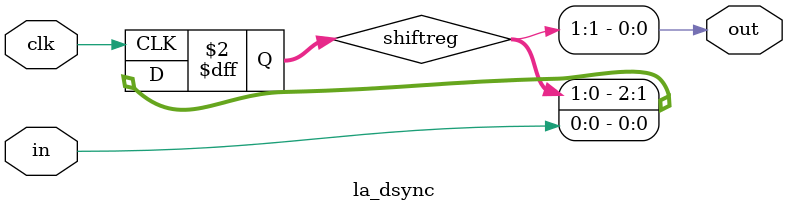
<source format=v>
module la_dsync #(parameter PROP = "DEFAULT",
                  parameter STAGES = 2,       // synchronizer depth
                  parameter RND = 1)          // randomize simulation delay
   (
    input  clk, // clock
    input  in, // input data
    output out  // synchronized data
    );

   reg [STAGES:0] shiftreg;
   always @(posedge clk)
     shiftreg[STAGES:0] <= {shiftreg[STAGES-1:0], in};

`ifdef SIM
 `ifndef VERILATOR
   integer        sync_delay;
   always @(posedge clk)
     sync_delay <= {$random} % 2;
   assign out = (|sync_delay & (|RND)) ? shiftreg[STAGES] : shiftreg[STAGES-1];
 `else
   assign out = shiftreg[STAGES-1];
 `endif
`else
   assign out = shiftreg[STAGES-1];
`endif

endmodule

</source>
